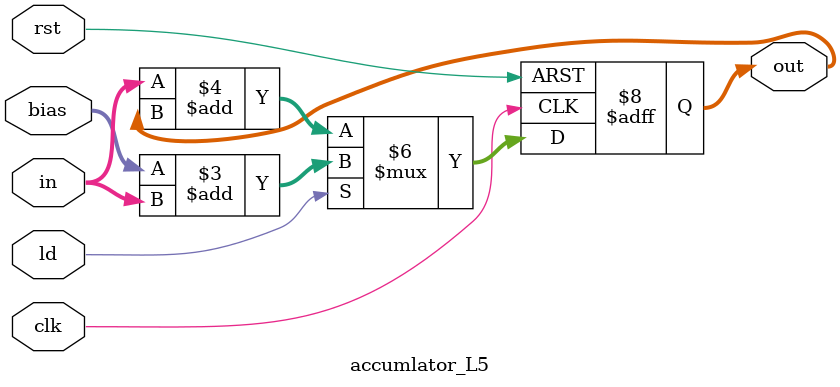
<source format=v>
module accumlator_L5(in,bias,ld,clk,rst, out);
input	wire signed [17:0] in,bias;
input	wire	ld;
input	wire	 clk,rst;
output reg signed [17:0] out;

 always @(posedge clk or negedge rst)
  begin
   if (!rst)
	out<=0; 
   else if(ld)
    //out_reg<=bias+in;
	 out<=bias+in;
   else
   // out_reg<=in+out_reg;	
	out<=in+out;	
  end
//  	assign out = out_reg;	
endmodule
</source>
